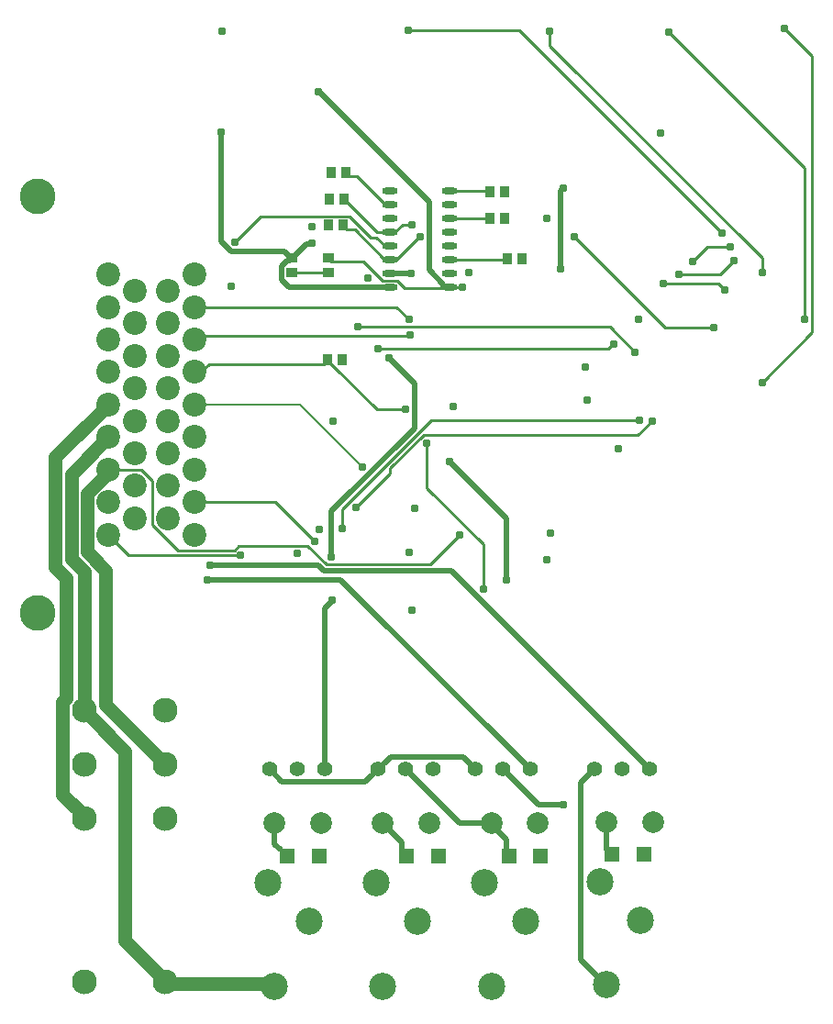
<source format=gbr>
%TF.GenerationSoftware,Altium Limited,Altium Designer,19.1.7 (138)*%
G04 Layer_Physical_Order=2*
G04 Layer_Color=16711680*
%FSLAX26Y26*%
%MOIN*%
%TF.FileFunction,Copper,L2,Bot,Signal*%
%TF.Part,Single*%
G01*
G75*
%TA.AperFunction,SMDPad,CuDef*%
%ADD13O,0.057087X0.023622*%
%ADD25R,0.053150X0.057087*%
%ADD26R,0.035433X0.039370*%
%ADD27R,0.039370X0.035433*%
%TA.AperFunction,Conductor*%
%ADD28C,0.050000*%
%ADD29C,0.010000*%
%ADD30C,0.020000*%
%ADD33C,0.008000*%
%TA.AperFunction,ComponentPad*%
%ADD34C,0.055118*%
%ADD35C,0.086614*%
%ADD36C,0.129921*%
%ADD37C,0.098425*%
%ADD38C,0.078740*%
%ADD39C,0.090551*%
%TA.AperFunction,ViaPad*%
%ADD40C,0.030748*%
D13*
X1435948Y2695821D02*
D03*
Y2745821D02*
D03*
Y2795821D02*
D03*
Y2845821D02*
D03*
Y2895821D02*
D03*
Y2945821D02*
D03*
Y2995821D02*
D03*
Y3045821D02*
D03*
X1650515Y2695821D02*
D03*
Y2745821D02*
D03*
Y2795821D02*
D03*
Y2845821D02*
D03*
Y2895821D02*
D03*
Y2945821D02*
D03*
Y2995821D02*
D03*
Y3045821D02*
D03*
D25*
X1494532Y630469D02*
D03*
X1610673D02*
D03*
X1867562Y630469D02*
D03*
X1983704D02*
D03*
X1061461Y630469D02*
D03*
X1177603D02*
D03*
X2242563Y635390D02*
D03*
X2358705D02*
D03*
D26*
X1262795Y2433072D02*
D03*
X1209645D02*
D03*
X1265749Y2922245D02*
D03*
X1212601D02*
D03*
X1268575Y3017999D02*
D03*
X1215426D02*
D03*
X1275591Y3114173D02*
D03*
X1222441D02*
D03*
X1797851Y3045000D02*
D03*
X1851001D02*
D03*
X1799851Y2946000D02*
D03*
X1852999D02*
D03*
X1861220Y2800197D02*
D03*
X1914370D02*
D03*
D27*
X1210630Y2750000D02*
D03*
Y2803150D02*
D03*
X1078999Y2748849D02*
D03*
Y2801999D02*
D03*
D28*
X219881Y1680227D02*
X260000Y1640108D01*
Y1205009D02*
Y1640108D01*
X246655Y1191663D02*
X260000Y1205009D01*
X246655Y854716D02*
Y1191663D01*
Y854716D02*
X324804Y776566D01*
X219881Y1680227D02*
Y2078584D01*
X411810Y2270513D01*
X277755Y1711868D02*
Y2018348D01*
X402954Y1179569D02*
X616342Y966181D01*
X335629Y1948204D02*
X411810Y2024385D01*
X335629Y1735840D02*
X402954Y1668515D01*
X277755Y2018348D02*
X411810Y2152403D01*
X616342Y966181D02*
X623819D01*
X411810Y2024385D02*
Y2034293D01*
X335629Y1735840D02*
Y1948204D01*
X402954Y1179569D02*
Y1668515D01*
X472442Y322679D02*
X627839Y167282D01*
X324804Y1159293D02*
Y1664819D01*
X277755Y1711868D02*
X324804Y1664819D01*
X338050Y1146047D02*
X472442Y1011655D01*
X324804Y765593D02*
Y776566D01*
X472442Y322679D02*
Y1011655D01*
X1007522Y167282D02*
X1016775Y158028D01*
X627839Y167282D02*
X1007522D01*
D29*
X1481859Y2925000D02*
X1515000D01*
X2244386Y2490000D02*
X2250000D01*
X1452681Y2895822D02*
X1481859Y2925000D01*
X738707Y2518668D02*
X1503904D01*
X726772Y2506733D02*
X738707Y2518668D01*
X1503904D02*
X1507874Y2522638D01*
X1628570Y2694977D02*
Y2695822D01*
X1775000Y1600000D02*
Y1762402D01*
X1568898Y1968504D02*
Y2130905D01*
X2227389Y2473003D02*
X2244386Y2490000D01*
X1391170Y2473003D02*
X2227389D01*
X2434803Y2550197D02*
X2612791D01*
X2105000Y2880000D02*
X2434803Y2550197D01*
X1458974Y2798428D02*
X1540545Y2880000D01*
X1268575Y3016030D02*
X1388784Y2895822D01*
X1268575Y3016030D02*
Y3017999D01*
X1388784Y2895822D02*
X1452681D01*
X485865Y1724016D02*
X892825D01*
X1540545Y2880000D02*
X1545000D01*
X1416610Y2798428D02*
X1458974D01*
X2629322Y2710000D02*
X2652161Y2687161D01*
X2430000Y2710000D02*
X2629322D01*
X2485000Y2745000D02*
X2636732D01*
X2684055Y2792323D01*
X2534051Y2790941D02*
X2587598Y2844488D01*
X1585364Y2212598D02*
X2342520D01*
X1262795Y1890030D02*
X1585364Y2212598D01*
X1136646Y1758248D02*
X1205622Y1689272D01*
X664131Y1741890D02*
X870751D01*
X887109Y1758248D01*
X1856845Y2795822D02*
X1861220Y2800197D01*
X1650515Y2795822D02*
X1856845D01*
X1317913Y2552165D02*
X2234678D01*
X1460002Y2624843D02*
X1504010Y2580835D01*
X1307478Y2907560D02*
X1416610Y2798428D01*
X1627490Y2693898D02*
X1628570Y2694977D01*
X1315550Y3099488D02*
X1419216Y2995822D01*
X2234678Y2552165D02*
X2326772Y2460072D01*
X1904110Y3631890D02*
X2641000Y2895000D01*
X1500984Y3631890D02*
X1904110D01*
X1568898Y1968504D02*
X1775000Y1762402D01*
X1262795Y1819882D02*
Y1890030D01*
X1419216Y2995822D02*
X1435949D01*
X1288307Y3099488D02*
X1315550D01*
X1276157Y3111639D02*
X1288307Y3099488D01*
X1223348Y2790434D02*
X1339694D01*
X1210631Y2803151D02*
X1223348Y2790434D01*
X1209481Y2748850D02*
X1210631Y2750001D01*
X1079000Y2748850D02*
X1209481D01*
X2788386Y2750000D02*
Y2802657D01*
X2016732Y3574311D02*
X2788386Y2802657D01*
X2587598Y2844488D02*
X2671260D01*
X1628570Y2695822D02*
X1629333Y2696585D01*
X1339694Y2790434D02*
X1409622Y2720507D01*
X1629333Y2696585D02*
Y2700271D01*
X1650515Y2695822D02*
X1651104Y2696411D01*
X1628570Y2695822D02*
X1650515D01*
X1489515Y2693898D02*
X1627490D01*
X1462906Y2720507D02*
X1489515Y2693898D01*
X1409622Y2720507D02*
X1462906D01*
X2787402Y2350394D02*
X2969193Y2532185D01*
X2870126Y3635716D02*
X2969193Y3536650D01*
X2940945Y2579724D02*
Y3128937D01*
X2447835Y3622047D02*
X2940945Y3128937D01*
X2969193Y2532185D02*
Y3536650D01*
X2016732Y3574311D02*
Y3626968D01*
X1557197Y2159153D02*
X2336319D01*
X2388780Y2211614D01*
X1437083Y2039040D02*
X1557197Y2159153D01*
X1437083Y2021083D02*
Y2039040D01*
X1313000Y1897000D02*
X1437083Y2021083D01*
X1232205Y2408054D02*
X1388291Y2251968D01*
X1491142D01*
X1209645Y2431103D02*
Y2433072D01*
X1196929Y2418387D02*
X1209645Y2431103D01*
X777267Y2418387D02*
X1196929D01*
X1232205Y2408054D02*
Y2408544D01*
X1209645Y2431103D02*
X1232205Y2408544D01*
X726772Y2388623D02*
X747503D01*
X777267Y2418387D01*
X752048Y2624843D02*
X1460002D01*
X739410Y2612205D02*
X752048Y2624843D01*
X726772Y1916183D02*
X1018660D01*
X1205622Y1689272D02*
X1581272D01*
X964647Y2954804D02*
X1288798D01*
X871063Y2861220D02*
X964647Y2954804D01*
X411810Y1798071D02*
X485865Y1724016D01*
X1581272Y1689272D02*
X1690000Y1798000D01*
X1699411Y2696411D02*
X1700000Y2697000D01*
X1651104Y2696411D02*
X1699411D01*
X572165Y1833856D02*
X664131Y1741890D01*
X1018660Y1916183D02*
X1160879Y1773964D01*
X1288798Y2954804D02*
X1365654Y2877948D01*
X1387090D01*
X1419216Y2845822D01*
X1435949D01*
X1650515Y2945822D02*
X1799672D01*
X1799851Y2946000D01*
X1278465Y2907560D02*
X1307478D01*
X1271576Y2914450D02*
X1278465Y2907560D01*
X1650515Y3045822D02*
X1797029D01*
X1797851Y3045000D01*
X887109Y1758248D02*
X1136646D01*
X530632Y2034293D02*
X572165Y1992760D01*
Y1833856D02*
Y1992760D01*
X411810Y2034293D02*
X530632D01*
X1016775Y729979D02*
Y748580D01*
X1039888Y652043D02*
X1061463Y630468D01*
X2222878Y655077D02*
X2242565Y635390D01*
D30*
X1346539Y899997D02*
X1437406Y990864D01*
X1859260Y638771D02*
X1867563Y630468D01*
X821567Y2863697D02*
Y3261527D01*
X2063976Y3055162D02*
Y3058071D01*
X2055000Y3046186D02*
X2063976Y3055162D01*
X2055000Y2765000D02*
Y3046186D01*
X1071283Y2794283D02*
X1079000Y2802000D01*
X1069349Y2695822D02*
X1435949D01*
X1041441Y2773970D02*
X1061754Y2794283D01*
X1041441Y2723730D02*
Y2773970D01*
X1061754Y2794283D02*
X1071283D01*
X1051059Y2827972D02*
X1077032Y2802000D01*
X857291Y2827972D02*
X1051059D01*
X821567Y2863697D02*
X857291Y2827972D01*
X2130201Y254642D02*
Y896257D01*
Y254642D02*
X2209694Y175149D01*
X2130201Y896257D02*
X2179375Y945430D01*
X2209694Y175149D02*
X2215000D01*
X771654Y1634842D02*
X1256891D01*
X1700870Y990864D02*
X1746303Y945430D01*
X1437406Y990864D02*
X1700870D01*
X1043705Y899997D02*
X1346539D01*
X998272Y945430D02*
X1043705Y899997D01*
X1512182Y2746434D02*
X1512795Y2747047D01*
X1436562Y2746434D02*
X1512182D01*
X1198272Y945430D02*
Y1530009D01*
X1224409Y1556147D01*
Y1559055D01*
X1431102Y2438976D02*
X1524390Y2345689D01*
Y2183973D02*
Y2345689D01*
X1223425Y1883008D02*
X1524390Y2183973D01*
X1653181Y2062630D02*
X1860000Y1855810D01*
Y1635000D02*
Y1855810D01*
X1658408Y1666398D02*
X2379375Y945430D01*
X1196148Y1666398D02*
X1658408D01*
X1080968Y2802000D02*
X1131298Y2852329D01*
X1041441Y2723730D02*
X1069349Y2695822D01*
X1178000Y3406000D02*
X1578248Y3005752D01*
Y2759375D02*
Y3005752D01*
Y2759375D02*
X1629333Y2708290D01*
X1256891Y1634842D02*
X1946303Y945430D01*
X1131298Y2852329D02*
X1142028D01*
X1079000Y2802000D02*
X1080968D01*
X1435949Y2745822D02*
X1436562Y2746434D01*
X1629333Y2700271D02*
Y2708290D01*
X1223425Y1717520D02*
Y1883008D01*
X1174622Y1687924D02*
X1196148Y1666398D01*
X780929Y1687924D02*
X1174622D01*
X1077032Y2802000D02*
X1079000D01*
X1410477Y748578D02*
X1477958Y681097D01*
Y647043D02*
Y681097D01*
X1859260Y638771D02*
Y689012D01*
X1846303Y945430D02*
X1976225Y815508D01*
X2065398D01*
X1491973Y945430D02*
X1688827Y748576D01*
X1804177D01*
X2222878Y655077D02*
Y723581D01*
X1016775Y675156D02*
Y729979D01*
Y675156D02*
X1039888Y652043D01*
X1477958Y647043D02*
X1494533Y630468D01*
X1804177Y744095D02*
X1859260Y689012D01*
X1804177Y744095D02*
Y748576D01*
D33*
X1108487Y2270513D02*
X1335000Y2044000D01*
X726772Y2270513D02*
X1108487D01*
D34*
X1198271Y945432D02*
D03*
X1098271D02*
D03*
X998271D02*
D03*
X2379375Y945430D02*
D03*
X2279375D02*
D03*
X2179375D02*
D03*
X1591973Y945430D02*
D03*
X1491973D02*
D03*
X1391973D02*
D03*
X1946301Y945432D02*
D03*
X1846301D02*
D03*
X1746301D02*
D03*
D35*
X726771Y1798072D02*
D03*
Y1916182D02*
D03*
Y2034293D02*
D03*
Y2152403D02*
D03*
Y2270513D02*
D03*
Y2388623D02*
D03*
Y2506734D02*
D03*
Y2624844D02*
D03*
Y2742954D02*
D03*
X628346Y1857127D02*
D03*
Y1975237D02*
D03*
Y2093348D02*
D03*
Y2211458D02*
D03*
Y2329568D02*
D03*
Y2447678D02*
D03*
Y2565789D02*
D03*
Y2683899D02*
D03*
X510236Y1857127D02*
D03*
Y1975237D02*
D03*
Y2093348D02*
D03*
Y2211458D02*
D03*
Y2329568D02*
D03*
Y2447678D02*
D03*
Y2565789D02*
D03*
Y2683899D02*
D03*
X411811Y1798072D02*
D03*
Y1916182D02*
D03*
Y2034293D02*
D03*
Y2152403D02*
D03*
Y2270513D02*
D03*
Y2388623D02*
D03*
Y2506734D02*
D03*
Y2624844D02*
D03*
Y2742954D02*
D03*
D36*
X155905Y3028387D02*
D03*
Y1512639D02*
D03*
D37*
X1410476Y158028D02*
D03*
X1384886Y532044D02*
D03*
X1534492Y394249D02*
D03*
X1804177Y158028D02*
D03*
X1778587Y532044D02*
D03*
X1928193Y394249D02*
D03*
X1016776Y158028D02*
D03*
X991185Y532044D02*
D03*
X1140792Y394249D02*
D03*
X2222877Y161965D02*
D03*
X2197287Y535981D02*
D03*
X2346893Y398186D02*
D03*
D38*
X1579768Y748579D02*
D03*
X1410476D02*
D03*
X1973469D02*
D03*
X1804177D02*
D03*
X1186067D02*
D03*
X1016776D02*
D03*
X2392168Y752516D02*
D03*
X2222877D02*
D03*
D39*
X324804Y1159293D02*
D03*
X620080D02*
D03*
X324804Y765593D02*
D03*
Y962443D02*
D03*
X620080Y765593D02*
D03*
Y962443D02*
D03*
Y175041D02*
D03*
X324804D02*
D03*
D40*
X1775000Y1600000D02*
D03*
X2055000Y2765000D02*
D03*
X2105000Y2880000D02*
D03*
X1515000Y1525000D02*
D03*
X1355000Y2730000D02*
D03*
X1860000Y1635000D02*
D03*
X892825Y1724016D02*
D03*
X2250000Y2490000D02*
D03*
X1545000Y2880000D02*
D03*
X1515000Y2925000D02*
D03*
X2430000Y2710000D02*
D03*
X2652161Y2687161D02*
D03*
X2485000Y2745000D02*
D03*
X2534051Y2790941D02*
D03*
X2326772Y2460072D02*
D03*
X1500984Y3631890D02*
D03*
X824000Y3627677D02*
D03*
X2612791Y2550197D02*
D03*
X2005906Y1707677D02*
D03*
X2019685Y1802165D02*
D03*
X2151575Y2287402D02*
D03*
X2265000Y2110000D02*
D03*
X1150591Y2915354D02*
D03*
X1230000Y2210000D02*
D03*
X1524606Y1894685D02*
D03*
X1505906Y1734252D02*
D03*
X1180118Y1816929D02*
D03*
X1100000Y1730000D02*
D03*
X771654Y1634842D02*
D03*
X1224409Y1559055D02*
D03*
X1262795Y1819882D02*
D03*
X1151575Y2856299D02*
D03*
X1507874Y2522638D02*
D03*
X1512795Y2747047D02*
D03*
X2788386Y2750000D02*
D03*
X2684055Y2792323D02*
D03*
X2671260Y2844488D02*
D03*
X821567Y3261527D02*
D03*
X2870126Y3635716D02*
D03*
X2940945Y2579724D02*
D03*
X2787402Y2350394D02*
D03*
X2447835Y3622047D02*
D03*
X2016732Y3626968D02*
D03*
X2145669Y2406496D02*
D03*
X2342520Y2212598D02*
D03*
X2063976Y3058071D02*
D03*
X1491142Y2251968D02*
D03*
X1431102Y2438976D02*
D03*
X1664370Y2262795D02*
D03*
X1504010Y2580835D02*
D03*
X1568898Y2130905D02*
D03*
X1391170Y2473003D02*
D03*
X1317913Y2552165D02*
D03*
X2388780Y2211614D02*
D03*
X1223425Y1717520D02*
D03*
X1160879Y1773964D02*
D03*
X871063Y2861220D02*
D03*
X2007024Y2946622D02*
D03*
X1723425Y2750000D02*
D03*
X2337598Y2581693D02*
D03*
X1653181Y2062630D02*
D03*
X2417323Y3257874D02*
D03*
X860000Y2700000D02*
D03*
X1176000Y3408000D02*
D03*
X1690000Y1798000D02*
D03*
X1700000Y2697000D02*
D03*
X1335000Y2044000D02*
D03*
X2641000Y2895000D02*
D03*
X780929Y1687924D02*
D03*
X1313000Y1897000D02*
D03*
X2065398Y815508D02*
D03*
%TF.MD5,2ec4f3a70cdbf8c35b4d6d1c04c4c103*%
M02*

</source>
